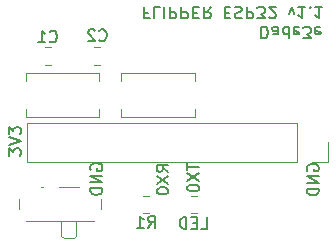
<source format=gbr>
%TF.GenerationSoftware,KiCad,Pcbnew,7.0.2-1.fc38*%
%TF.CreationDate,2023-05-30T15:06:55+02:00*%
%TF.ProjectId,marauder_mini_pcb,6d617261-7564-4657-925f-6d696e695f70,rev?*%
%TF.SameCoordinates,Original*%
%TF.FileFunction,Legend,Bot*%
%TF.FilePolarity,Positive*%
%FSLAX46Y46*%
G04 Gerber Fmt 4.6, Leading zero omitted, Abs format (unit mm)*
G04 Created by KiCad (PCBNEW 7.0.2-1.fc38) date 2023-05-30 15:06:55*
%MOMM*%
%LPD*%
G01*
G04 APERTURE LIST*
%ADD10C,0.150000*%
%ADD11C,0.120000*%
G04 APERTURE END LIST*
D10*
X76150238Y-64812904D02*
X76102619Y-64717666D01*
X76102619Y-64717666D02*
X76102619Y-64574809D01*
X76102619Y-64574809D02*
X76150238Y-64431952D01*
X76150238Y-64431952D02*
X76245476Y-64336714D01*
X76245476Y-64336714D02*
X76340714Y-64289095D01*
X76340714Y-64289095D02*
X76531190Y-64241476D01*
X76531190Y-64241476D02*
X76674047Y-64241476D01*
X76674047Y-64241476D02*
X76864523Y-64289095D01*
X76864523Y-64289095D02*
X76959761Y-64336714D01*
X76959761Y-64336714D02*
X77055000Y-64431952D01*
X77055000Y-64431952D02*
X77102619Y-64574809D01*
X77102619Y-64574809D02*
X77102619Y-64670047D01*
X77102619Y-64670047D02*
X77055000Y-64812904D01*
X77055000Y-64812904D02*
X77007380Y-64860523D01*
X77007380Y-64860523D02*
X76674047Y-64860523D01*
X76674047Y-64860523D02*
X76674047Y-64670047D01*
X77102619Y-65289095D02*
X76102619Y-65289095D01*
X76102619Y-65289095D02*
X77102619Y-65860523D01*
X77102619Y-65860523D02*
X76102619Y-65860523D01*
X77102619Y-66336714D02*
X76102619Y-66336714D01*
X76102619Y-66336714D02*
X76102619Y-66574809D01*
X76102619Y-66574809D02*
X76150238Y-66717666D01*
X76150238Y-66717666D02*
X76245476Y-66812904D01*
X76245476Y-66812904D02*
X76340714Y-66860523D01*
X76340714Y-66860523D02*
X76531190Y-66908142D01*
X76531190Y-66908142D02*
X76674047Y-66908142D01*
X76674047Y-66908142D02*
X76864523Y-66860523D01*
X76864523Y-66860523D02*
X76959761Y-66812904D01*
X76959761Y-66812904D02*
X77055000Y-66717666D01*
X77055000Y-66717666D02*
X77102619Y-66574809D01*
X77102619Y-66574809D02*
X77102619Y-66336714D01*
X57825238Y-64761904D02*
X57777619Y-64666666D01*
X57777619Y-64666666D02*
X57777619Y-64523809D01*
X57777619Y-64523809D02*
X57825238Y-64380952D01*
X57825238Y-64380952D02*
X57920476Y-64285714D01*
X57920476Y-64285714D02*
X58015714Y-64238095D01*
X58015714Y-64238095D02*
X58206190Y-64190476D01*
X58206190Y-64190476D02*
X58349047Y-64190476D01*
X58349047Y-64190476D02*
X58539523Y-64238095D01*
X58539523Y-64238095D02*
X58634761Y-64285714D01*
X58634761Y-64285714D02*
X58730000Y-64380952D01*
X58730000Y-64380952D02*
X58777619Y-64523809D01*
X58777619Y-64523809D02*
X58777619Y-64619047D01*
X58777619Y-64619047D02*
X58730000Y-64761904D01*
X58730000Y-64761904D02*
X58682380Y-64809523D01*
X58682380Y-64809523D02*
X58349047Y-64809523D01*
X58349047Y-64809523D02*
X58349047Y-64619047D01*
X58777619Y-65238095D02*
X57777619Y-65238095D01*
X57777619Y-65238095D02*
X58777619Y-65809523D01*
X58777619Y-65809523D02*
X57777619Y-65809523D01*
X58777619Y-66285714D02*
X57777619Y-66285714D01*
X57777619Y-66285714D02*
X57777619Y-66523809D01*
X57777619Y-66523809D02*
X57825238Y-66666666D01*
X57825238Y-66666666D02*
X57920476Y-66761904D01*
X57920476Y-66761904D02*
X58015714Y-66809523D01*
X58015714Y-66809523D02*
X58206190Y-66857142D01*
X58206190Y-66857142D02*
X58349047Y-66857142D01*
X58349047Y-66857142D02*
X58539523Y-66809523D01*
X58539523Y-66809523D02*
X58634761Y-66761904D01*
X58634761Y-66761904D02*
X58730000Y-66666666D01*
X58730000Y-66666666D02*
X58777619Y-66523809D01*
X58777619Y-66523809D02*
X58777619Y-66285714D01*
X50877619Y-63557142D02*
X50877619Y-62938095D01*
X50877619Y-62938095D02*
X51258571Y-63271428D01*
X51258571Y-63271428D02*
X51258571Y-63128571D01*
X51258571Y-63128571D02*
X51306190Y-63033333D01*
X51306190Y-63033333D02*
X51353809Y-62985714D01*
X51353809Y-62985714D02*
X51449047Y-62938095D01*
X51449047Y-62938095D02*
X51687142Y-62938095D01*
X51687142Y-62938095D02*
X51782380Y-62985714D01*
X51782380Y-62985714D02*
X51830000Y-63033333D01*
X51830000Y-63033333D02*
X51877619Y-63128571D01*
X51877619Y-63128571D02*
X51877619Y-63414285D01*
X51877619Y-63414285D02*
X51830000Y-63509523D01*
X51830000Y-63509523D02*
X51782380Y-63557142D01*
X50877619Y-62652380D02*
X51877619Y-62319047D01*
X51877619Y-62319047D02*
X50877619Y-61985714D01*
X50877619Y-61747618D02*
X50877619Y-61128571D01*
X50877619Y-61128571D02*
X51258571Y-61461904D01*
X51258571Y-61461904D02*
X51258571Y-61319047D01*
X51258571Y-61319047D02*
X51306190Y-61223809D01*
X51306190Y-61223809D02*
X51353809Y-61176190D01*
X51353809Y-61176190D02*
X51449047Y-61128571D01*
X51449047Y-61128571D02*
X51687142Y-61128571D01*
X51687142Y-61128571D02*
X51782380Y-61176190D01*
X51782380Y-61176190D02*
X51830000Y-61223809D01*
X51830000Y-61223809D02*
X51877619Y-61319047D01*
X51877619Y-61319047D02*
X51877619Y-61604761D01*
X51877619Y-61604761D02*
X51830000Y-61699999D01*
X51830000Y-61699999D02*
X51782380Y-61747618D01*
X64377619Y-64909523D02*
X63901428Y-64576190D01*
X64377619Y-64338095D02*
X63377619Y-64338095D01*
X63377619Y-64338095D02*
X63377619Y-64719047D01*
X63377619Y-64719047D02*
X63425238Y-64814285D01*
X63425238Y-64814285D02*
X63472857Y-64861904D01*
X63472857Y-64861904D02*
X63568095Y-64909523D01*
X63568095Y-64909523D02*
X63710952Y-64909523D01*
X63710952Y-64909523D02*
X63806190Y-64861904D01*
X63806190Y-64861904D02*
X63853809Y-64814285D01*
X63853809Y-64814285D02*
X63901428Y-64719047D01*
X63901428Y-64719047D02*
X63901428Y-64338095D01*
X63377619Y-65242857D02*
X64377619Y-65909523D01*
X63377619Y-65909523D02*
X64377619Y-65242857D01*
X63377619Y-66480952D02*
X63377619Y-66576190D01*
X63377619Y-66576190D02*
X63425238Y-66671428D01*
X63425238Y-66671428D02*
X63472857Y-66719047D01*
X63472857Y-66719047D02*
X63568095Y-66766666D01*
X63568095Y-66766666D02*
X63758571Y-66814285D01*
X63758571Y-66814285D02*
X63996666Y-66814285D01*
X63996666Y-66814285D02*
X64187142Y-66766666D01*
X64187142Y-66766666D02*
X64282380Y-66719047D01*
X64282380Y-66719047D02*
X64330000Y-66671428D01*
X64330000Y-66671428D02*
X64377619Y-66576190D01*
X64377619Y-66576190D02*
X64377619Y-66480952D01*
X64377619Y-66480952D02*
X64330000Y-66385714D01*
X64330000Y-66385714D02*
X64282380Y-66338095D01*
X64282380Y-66338095D02*
X64187142Y-66290476D01*
X64187142Y-66290476D02*
X63996666Y-66242857D01*
X63996666Y-66242857D02*
X63758571Y-66242857D01*
X63758571Y-66242857D02*
X63568095Y-66290476D01*
X63568095Y-66290476D02*
X63472857Y-66338095D01*
X63472857Y-66338095D02*
X63425238Y-66385714D01*
X63425238Y-66385714D02*
X63377619Y-66480952D01*
X72238095Y-52622380D02*
X72238095Y-53622380D01*
X72238095Y-53622380D02*
X72476190Y-53622380D01*
X72476190Y-53622380D02*
X72619047Y-53574761D01*
X72619047Y-53574761D02*
X72714285Y-53479523D01*
X72714285Y-53479523D02*
X72761904Y-53384285D01*
X72761904Y-53384285D02*
X72809523Y-53193809D01*
X72809523Y-53193809D02*
X72809523Y-53050952D01*
X72809523Y-53050952D02*
X72761904Y-52860476D01*
X72761904Y-52860476D02*
X72714285Y-52765238D01*
X72714285Y-52765238D02*
X72619047Y-52670000D01*
X72619047Y-52670000D02*
X72476190Y-52622380D01*
X72476190Y-52622380D02*
X72238095Y-52622380D01*
X73666666Y-52622380D02*
X73666666Y-53146190D01*
X73666666Y-53146190D02*
X73619047Y-53241428D01*
X73619047Y-53241428D02*
X73523809Y-53289047D01*
X73523809Y-53289047D02*
X73333333Y-53289047D01*
X73333333Y-53289047D02*
X73238095Y-53241428D01*
X73666666Y-52670000D02*
X73571428Y-52622380D01*
X73571428Y-52622380D02*
X73333333Y-52622380D01*
X73333333Y-52622380D02*
X73238095Y-52670000D01*
X73238095Y-52670000D02*
X73190476Y-52765238D01*
X73190476Y-52765238D02*
X73190476Y-52860476D01*
X73190476Y-52860476D02*
X73238095Y-52955714D01*
X73238095Y-52955714D02*
X73333333Y-53003333D01*
X73333333Y-53003333D02*
X73571428Y-53003333D01*
X73571428Y-53003333D02*
X73666666Y-53050952D01*
X74571428Y-52622380D02*
X74571428Y-53622380D01*
X74571428Y-52670000D02*
X74476190Y-52622380D01*
X74476190Y-52622380D02*
X74285714Y-52622380D01*
X74285714Y-52622380D02*
X74190476Y-52670000D01*
X74190476Y-52670000D02*
X74142857Y-52717619D01*
X74142857Y-52717619D02*
X74095238Y-52812857D01*
X74095238Y-52812857D02*
X74095238Y-53098571D01*
X74095238Y-53098571D02*
X74142857Y-53193809D01*
X74142857Y-53193809D02*
X74190476Y-53241428D01*
X74190476Y-53241428D02*
X74285714Y-53289047D01*
X74285714Y-53289047D02*
X74476190Y-53289047D01*
X74476190Y-53289047D02*
X74571428Y-53241428D01*
X75428571Y-52670000D02*
X75333333Y-52622380D01*
X75333333Y-52622380D02*
X75142857Y-52622380D01*
X75142857Y-52622380D02*
X75047619Y-52670000D01*
X75047619Y-52670000D02*
X75000000Y-52765238D01*
X75000000Y-52765238D02*
X75000000Y-53146190D01*
X75000000Y-53146190D02*
X75047619Y-53241428D01*
X75047619Y-53241428D02*
X75142857Y-53289047D01*
X75142857Y-53289047D02*
X75333333Y-53289047D01*
X75333333Y-53289047D02*
X75428571Y-53241428D01*
X75428571Y-53241428D02*
X75476190Y-53146190D01*
X75476190Y-53146190D02*
X75476190Y-53050952D01*
X75476190Y-53050952D02*
X75000000Y-52955714D01*
X75809524Y-53622380D02*
X76428571Y-53622380D01*
X76428571Y-53622380D02*
X76095238Y-53241428D01*
X76095238Y-53241428D02*
X76238095Y-53241428D01*
X76238095Y-53241428D02*
X76333333Y-53193809D01*
X76333333Y-53193809D02*
X76380952Y-53146190D01*
X76380952Y-53146190D02*
X76428571Y-53050952D01*
X76428571Y-53050952D02*
X76428571Y-52812857D01*
X76428571Y-52812857D02*
X76380952Y-52717619D01*
X76380952Y-52717619D02*
X76333333Y-52670000D01*
X76333333Y-52670000D02*
X76238095Y-52622380D01*
X76238095Y-52622380D02*
X75952381Y-52622380D01*
X75952381Y-52622380D02*
X75857143Y-52670000D01*
X75857143Y-52670000D02*
X75809524Y-52717619D01*
X77238095Y-52670000D02*
X77142857Y-52622380D01*
X77142857Y-52622380D02*
X76952381Y-52622380D01*
X76952381Y-52622380D02*
X76857143Y-52670000D01*
X76857143Y-52670000D02*
X76809524Y-52765238D01*
X76809524Y-52765238D02*
X76809524Y-53146190D01*
X76809524Y-53146190D02*
X76857143Y-53241428D01*
X76857143Y-53241428D02*
X76952381Y-53289047D01*
X76952381Y-53289047D02*
X77142857Y-53289047D01*
X77142857Y-53289047D02*
X77238095Y-53241428D01*
X77238095Y-53241428D02*
X77285714Y-53146190D01*
X77285714Y-53146190D02*
X77285714Y-53050952D01*
X77285714Y-53050952D02*
X76809524Y-52955714D01*
X62671428Y-51446190D02*
X62338095Y-51446190D01*
X62338095Y-50922380D02*
X62338095Y-51922380D01*
X62338095Y-51922380D02*
X62814285Y-51922380D01*
X63671428Y-50922380D02*
X63195238Y-50922380D01*
X63195238Y-50922380D02*
X63195238Y-51922380D01*
X64004762Y-50922380D02*
X64004762Y-51922380D01*
X64480952Y-50922380D02*
X64480952Y-51922380D01*
X64480952Y-51922380D02*
X64861904Y-51922380D01*
X64861904Y-51922380D02*
X64957142Y-51874761D01*
X64957142Y-51874761D02*
X65004761Y-51827142D01*
X65004761Y-51827142D02*
X65052380Y-51731904D01*
X65052380Y-51731904D02*
X65052380Y-51589047D01*
X65052380Y-51589047D02*
X65004761Y-51493809D01*
X65004761Y-51493809D02*
X64957142Y-51446190D01*
X64957142Y-51446190D02*
X64861904Y-51398571D01*
X64861904Y-51398571D02*
X64480952Y-51398571D01*
X65480952Y-50922380D02*
X65480952Y-51922380D01*
X65480952Y-51922380D02*
X65861904Y-51922380D01*
X65861904Y-51922380D02*
X65957142Y-51874761D01*
X65957142Y-51874761D02*
X66004761Y-51827142D01*
X66004761Y-51827142D02*
X66052380Y-51731904D01*
X66052380Y-51731904D02*
X66052380Y-51589047D01*
X66052380Y-51589047D02*
X66004761Y-51493809D01*
X66004761Y-51493809D02*
X65957142Y-51446190D01*
X65957142Y-51446190D02*
X65861904Y-51398571D01*
X65861904Y-51398571D02*
X65480952Y-51398571D01*
X66480952Y-51446190D02*
X66814285Y-51446190D01*
X66957142Y-50922380D02*
X66480952Y-50922380D01*
X66480952Y-50922380D02*
X66480952Y-51922380D01*
X66480952Y-51922380D02*
X66957142Y-51922380D01*
X67957142Y-50922380D02*
X67623809Y-51398571D01*
X67385714Y-50922380D02*
X67385714Y-51922380D01*
X67385714Y-51922380D02*
X67766666Y-51922380D01*
X67766666Y-51922380D02*
X67861904Y-51874761D01*
X67861904Y-51874761D02*
X67909523Y-51827142D01*
X67909523Y-51827142D02*
X67957142Y-51731904D01*
X67957142Y-51731904D02*
X67957142Y-51589047D01*
X67957142Y-51589047D02*
X67909523Y-51493809D01*
X67909523Y-51493809D02*
X67861904Y-51446190D01*
X67861904Y-51446190D02*
X67766666Y-51398571D01*
X67766666Y-51398571D02*
X67385714Y-51398571D01*
X69147619Y-51446190D02*
X69480952Y-51446190D01*
X69623809Y-50922380D02*
X69147619Y-50922380D01*
X69147619Y-50922380D02*
X69147619Y-51922380D01*
X69147619Y-51922380D02*
X69623809Y-51922380D01*
X70004762Y-50970000D02*
X70147619Y-50922380D01*
X70147619Y-50922380D02*
X70385714Y-50922380D01*
X70385714Y-50922380D02*
X70480952Y-50970000D01*
X70480952Y-50970000D02*
X70528571Y-51017619D01*
X70528571Y-51017619D02*
X70576190Y-51112857D01*
X70576190Y-51112857D02*
X70576190Y-51208095D01*
X70576190Y-51208095D02*
X70528571Y-51303333D01*
X70528571Y-51303333D02*
X70480952Y-51350952D01*
X70480952Y-51350952D02*
X70385714Y-51398571D01*
X70385714Y-51398571D02*
X70195238Y-51446190D01*
X70195238Y-51446190D02*
X70100000Y-51493809D01*
X70100000Y-51493809D02*
X70052381Y-51541428D01*
X70052381Y-51541428D02*
X70004762Y-51636666D01*
X70004762Y-51636666D02*
X70004762Y-51731904D01*
X70004762Y-51731904D02*
X70052381Y-51827142D01*
X70052381Y-51827142D02*
X70100000Y-51874761D01*
X70100000Y-51874761D02*
X70195238Y-51922380D01*
X70195238Y-51922380D02*
X70433333Y-51922380D01*
X70433333Y-51922380D02*
X70576190Y-51874761D01*
X71004762Y-50922380D02*
X71004762Y-51922380D01*
X71004762Y-51922380D02*
X71385714Y-51922380D01*
X71385714Y-51922380D02*
X71480952Y-51874761D01*
X71480952Y-51874761D02*
X71528571Y-51827142D01*
X71528571Y-51827142D02*
X71576190Y-51731904D01*
X71576190Y-51731904D02*
X71576190Y-51589047D01*
X71576190Y-51589047D02*
X71528571Y-51493809D01*
X71528571Y-51493809D02*
X71480952Y-51446190D01*
X71480952Y-51446190D02*
X71385714Y-51398571D01*
X71385714Y-51398571D02*
X71004762Y-51398571D01*
X71909524Y-51922380D02*
X72528571Y-51922380D01*
X72528571Y-51922380D02*
X72195238Y-51541428D01*
X72195238Y-51541428D02*
X72338095Y-51541428D01*
X72338095Y-51541428D02*
X72433333Y-51493809D01*
X72433333Y-51493809D02*
X72480952Y-51446190D01*
X72480952Y-51446190D02*
X72528571Y-51350952D01*
X72528571Y-51350952D02*
X72528571Y-51112857D01*
X72528571Y-51112857D02*
X72480952Y-51017619D01*
X72480952Y-51017619D02*
X72433333Y-50970000D01*
X72433333Y-50970000D02*
X72338095Y-50922380D01*
X72338095Y-50922380D02*
X72052381Y-50922380D01*
X72052381Y-50922380D02*
X71957143Y-50970000D01*
X71957143Y-50970000D02*
X71909524Y-51017619D01*
X72909524Y-51827142D02*
X72957143Y-51874761D01*
X72957143Y-51874761D02*
X73052381Y-51922380D01*
X73052381Y-51922380D02*
X73290476Y-51922380D01*
X73290476Y-51922380D02*
X73385714Y-51874761D01*
X73385714Y-51874761D02*
X73433333Y-51827142D01*
X73433333Y-51827142D02*
X73480952Y-51731904D01*
X73480952Y-51731904D02*
X73480952Y-51636666D01*
X73480952Y-51636666D02*
X73433333Y-51493809D01*
X73433333Y-51493809D02*
X72861905Y-50922380D01*
X72861905Y-50922380D02*
X73480952Y-50922380D01*
X74576191Y-51589047D02*
X74814286Y-50922380D01*
X74814286Y-50922380D02*
X75052381Y-51589047D01*
X75957143Y-50922380D02*
X75385715Y-50922380D01*
X75671429Y-50922380D02*
X75671429Y-51922380D01*
X75671429Y-51922380D02*
X75576191Y-51779523D01*
X75576191Y-51779523D02*
X75480953Y-51684285D01*
X75480953Y-51684285D02*
X75385715Y-51636666D01*
X76385715Y-51017619D02*
X76433334Y-50970000D01*
X76433334Y-50970000D02*
X76385715Y-50922380D01*
X76385715Y-50922380D02*
X76338096Y-50970000D01*
X76338096Y-50970000D02*
X76385715Y-51017619D01*
X76385715Y-51017619D02*
X76385715Y-50922380D01*
X77385714Y-50922380D02*
X76814286Y-50922380D01*
X77100000Y-50922380D02*
X77100000Y-51922380D01*
X77100000Y-51922380D02*
X77004762Y-51779523D01*
X77004762Y-51779523D02*
X76909524Y-51684285D01*
X76909524Y-51684285D02*
X76814286Y-51636666D01*
X65977619Y-64195238D02*
X65977619Y-64766666D01*
X66977619Y-64480952D02*
X65977619Y-64480952D01*
X65977619Y-65004762D02*
X66977619Y-65671428D01*
X65977619Y-65671428D02*
X66977619Y-65004762D01*
X65977619Y-66242857D02*
X65977619Y-66338095D01*
X65977619Y-66338095D02*
X66025238Y-66433333D01*
X66025238Y-66433333D02*
X66072857Y-66480952D01*
X66072857Y-66480952D02*
X66168095Y-66528571D01*
X66168095Y-66528571D02*
X66358571Y-66576190D01*
X66358571Y-66576190D02*
X66596666Y-66576190D01*
X66596666Y-66576190D02*
X66787142Y-66528571D01*
X66787142Y-66528571D02*
X66882380Y-66480952D01*
X66882380Y-66480952D02*
X66930000Y-66433333D01*
X66930000Y-66433333D02*
X66977619Y-66338095D01*
X66977619Y-66338095D02*
X66977619Y-66242857D01*
X66977619Y-66242857D02*
X66930000Y-66147619D01*
X66930000Y-66147619D02*
X66882380Y-66100000D01*
X66882380Y-66100000D02*
X66787142Y-66052381D01*
X66787142Y-66052381D02*
X66596666Y-66004762D01*
X66596666Y-66004762D02*
X66358571Y-66004762D01*
X66358571Y-66004762D02*
X66168095Y-66052381D01*
X66168095Y-66052381D02*
X66072857Y-66100000D01*
X66072857Y-66100000D02*
X66025238Y-66147619D01*
X66025238Y-66147619D02*
X65977619Y-66242857D01*
%TO.C,LED*%
X67142857Y-69762619D02*
X67619047Y-69762619D01*
X67619047Y-69762619D02*
X67619047Y-68762619D01*
X66809523Y-69238809D02*
X66476190Y-69238809D01*
X66333333Y-69762619D02*
X66809523Y-69762619D01*
X66809523Y-69762619D02*
X66809523Y-68762619D01*
X66809523Y-68762619D02*
X66333333Y-68762619D01*
X65904761Y-69762619D02*
X65904761Y-68762619D01*
X65904761Y-68762619D02*
X65666666Y-68762619D01*
X65666666Y-68762619D02*
X65523809Y-68810238D01*
X65523809Y-68810238D02*
X65428571Y-68905476D01*
X65428571Y-68905476D02*
X65380952Y-69000714D01*
X65380952Y-69000714D02*
X65333333Y-69191190D01*
X65333333Y-69191190D02*
X65333333Y-69334047D01*
X65333333Y-69334047D02*
X65380952Y-69524523D01*
X65380952Y-69524523D02*
X65428571Y-69619761D01*
X65428571Y-69619761D02*
X65523809Y-69715000D01*
X65523809Y-69715000D02*
X65666666Y-69762619D01*
X65666666Y-69762619D02*
X65904761Y-69762619D01*
%TO.C,C1*%
X54329166Y-53867380D02*
X54376785Y-53915000D01*
X54376785Y-53915000D02*
X54519642Y-53962619D01*
X54519642Y-53962619D02*
X54614880Y-53962619D01*
X54614880Y-53962619D02*
X54757737Y-53915000D01*
X54757737Y-53915000D02*
X54852975Y-53819761D01*
X54852975Y-53819761D02*
X54900594Y-53724523D01*
X54900594Y-53724523D02*
X54948213Y-53534047D01*
X54948213Y-53534047D02*
X54948213Y-53391190D01*
X54948213Y-53391190D02*
X54900594Y-53200714D01*
X54900594Y-53200714D02*
X54852975Y-53105476D01*
X54852975Y-53105476D02*
X54757737Y-53010238D01*
X54757737Y-53010238D02*
X54614880Y-52962619D01*
X54614880Y-52962619D02*
X54519642Y-52962619D01*
X54519642Y-52962619D02*
X54376785Y-53010238D01*
X54376785Y-53010238D02*
X54329166Y-53057857D01*
X53376785Y-53962619D02*
X53948213Y-53962619D01*
X53662499Y-53962619D02*
X53662499Y-52962619D01*
X53662499Y-52962619D02*
X53757737Y-53105476D01*
X53757737Y-53105476D02*
X53852975Y-53200714D01*
X53852975Y-53200714D02*
X53948213Y-53248333D01*
%TO.C,C2*%
X58529166Y-53767380D02*
X58576785Y-53815000D01*
X58576785Y-53815000D02*
X58719642Y-53862619D01*
X58719642Y-53862619D02*
X58814880Y-53862619D01*
X58814880Y-53862619D02*
X58957737Y-53815000D01*
X58957737Y-53815000D02*
X59052975Y-53719761D01*
X59052975Y-53719761D02*
X59100594Y-53624523D01*
X59100594Y-53624523D02*
X59148213Y-53434047D01*
X59148213Y-53434047D02*
X59148213Y-53291190D01*
X59148213Y-53291190D02*
X59100594Y-53100714D01*
X59100594Y-53100714D02*
X59052975Y-53005476D01*
X59052975Y-53005476D02*
X58957737Y-52910238D01*
X58957737Y-52910238D02*
X58814880Y-52862619D01*
X58814880Y-52862619D02*
X58719642Y-52862619D01*
X58719642Y-52862619D02*
X58576785Y-52910238D01*
X58576785Y-52910238D02*
X58529166Y-52957857D01*
X58148213Y-52957857D02*
X58100594Y-52910238D01*
X58100594Y-52910238D02*
X58005356Y-52862619D01*
X58005356Y-52862619D02*
X57767261Y-52862619D01*
X57767261Y-52862619D02*
X57672023Y-52910238D01*
X57672023Y-52910238D02*
X57624404Y-52957857D01*
X57624404Y-52957857D02*
X57576785Y-53053095D01*
X57576785Y-53053095D02*
X57576785Y-53148333D01*
X57576785Y-53148333D02*
X57624404Y-53291190D01*
X57624404Y-53291190D02*
X58195832Y-53862619D01*
X58195832Y-53862619D02*
X57576785Y-53862619D01*
%TO.C,R1*%
X62666666Y-69662619D02*
X62999999Y-69186428D01*
X63238094Y-69662619D02*
X63238094Y-68662619D01*
X63238094Y-68662619D02*
X62857142Y-68662619D01*
X62857142Y-68662619D02*
X62761904Y-68710238D01*
X62761904Y-68710238D02*
X62714285Y-68757857D01*
X62714285Y-68757857D02*
X62666666Y-68853095D01*
X62666666Y-68853095D02*
X62666666Y-68995952D01*
X62666666Y-68995952D02*
X62714285Y-69091190D01*
X62714285Y-69091190D02*
X62761904Y-69138809D01*
X62761904Y-69138809D02*
X62857142Y-69186428D01*
X62857142Y-69186428D02*
X63238094Y-69186428D01*
X61714285Y-69662619D02*
X62285713Y-69662619D01*
X61999999Y-69662619D02*
X61999999Y-68662619D01*
X61999999Y-68662619D02*
X62095237Y-68805476D01*
X62095237Y-68805476D02*
X62190475Y-68900714D01*
X62190475Y-68900714D02*
X62285713Y-68948333D01*
D11*
%TO.C,J1*%
X52370000Y-64051000D02*
X52370000Y-60749000D01*
X75290000Y-64051000D02*
X52370000Y-64051000D01*
X75290000Y-64051000D02*
X75290000Y-60749000D01*
X76560000Y-64051000D02*
X77890000Y-64051000D01*
X77890000Y-64051000D02*
X77890000Y-62400000D01*
X75290000Y-60749000D02*
X52370000Y-60749000D01*
%TO.C,SW3*%
X60400000Y-56550000D02*
X66600000Y-56550000D01*
X60400000Y-57200000D02*
X60400000Y-56550000D01*
X60400000Y-60250000D02*
X60400000Y-59600000D01*
X66600000Y-56550000D02*
X66600000Y-57200000D01*
X66600000Y-60250000D02*
X60400000Y-60250000D01*
X66600000Y-60250000D02*
X66600000Y-59600000D01*
%TO.C,LED*%
X66798752Y-68435000D02*
X66276248Y-68435000D01*
X66798752Y-66965000D02*
X66276248Y-66965000D01*
%TO.C,SW2*%
X52300000Y-56550000D02*
X58500000Y-56550000D01*
X52300000Y-57200000D02*
X52300000Y-56550000D01*
X52300000Y-60250000D02*
X52300000Y-59600000D01*
X58500000Y-56550000D02*
X58500000Y-57200000D01*
X58500000Y-60250000D02*
X52300000Y-60250000D01*
X58500000Y-60250000D02*
X58500000Y-59600000D01*
%TO.C,C1*%
X54423752Y-55835000D02*
X53901248Y-55835000D01*
X54423752Y-54365000D02*
X53901248Y-54365000D01*
%TO.C,SW1*%
X58650000Y-67260000D02*
X58650000Y-68050000D01*
X58050000Y-69060000D02*
X52350000Y-69060000D01*
X56800000Y-66210000D02*
X55100000Y-66210000D01*
X56600000Y-70350000D02*
X56400000Y-70560000D01*
X56600000Y-69060000D02*
X56600000Y-70350000D01*
X56400000Y-70560000D02*
X55500000Y-70560000D01*
X55300000Y-70350000D02*
X55500000Y-70560000D01*
X55300000Y-70350000D02*
X55300000Y-69060000D01*
X53800000Y-66210000D02*
X53600000Y-66210000D01*
X51750000Y-68050000D02*
X51750000Y-67260000D01*
%TO.C,C2*%
X58101248Y-54365000D02*
X58623752Y-54365000D01*
X58101248Y-55835000D02*
X58623752Y-55835000D01*
%TO.C,R1*%
X62723752Y-68435000D02*
X62201248Y-68435000D01*
X62723752Y-66965000D02*
X62201248Y-66965000D01*
%TD*%
M02*

</source>
